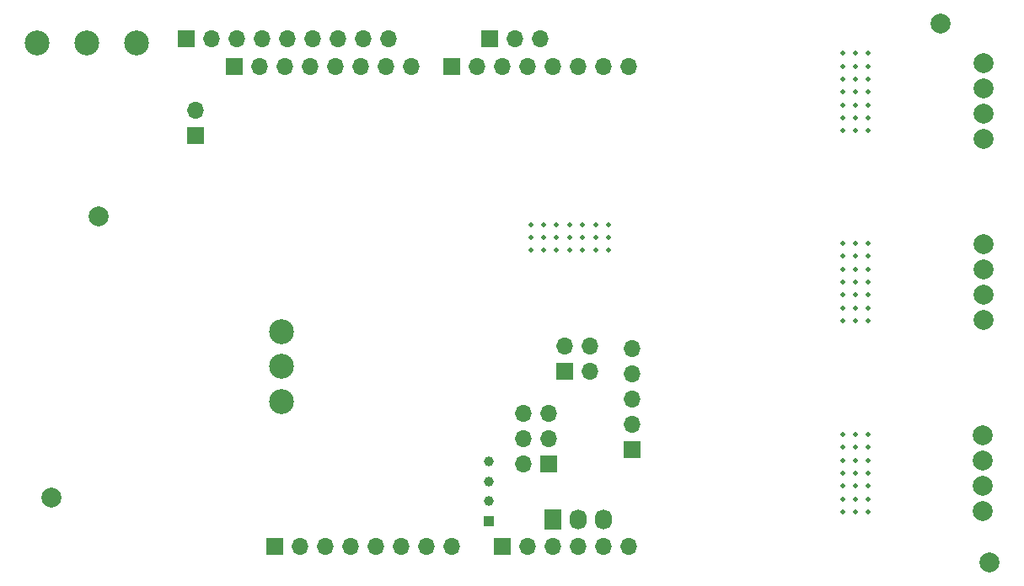
<source format=gbs>
G04 #@! TF.GenerationSoftware,KiCad,Pcbnew,(5.1.9-0-10_14)*
G04 #@! TF.CreationDate,2021-05-28T13:58:57-04:00*
G04 #@! TF.ProjectId,GrBLDC,4772424c-4443-42e6-9b69-6361645f7063,rev?*
G04 #@! TF.SameCoordinates,PX5a7646cPY8128a60*
G04 #@! TF.FileFunction,Soldermask,Bot*
G04 #@! TF.FilePolarity,Negative*
%FSLAX46Y46*%
G04 Gerber Fmt 4.6, Leading zero omitted, Abs format (unit mm)*
G04 Created by KiCad (PCBNEW (5.1.9-0-10_14)) date 2021-05-28 13:58:57*
%MOMM*%
%LPD*%
G01*
G04 APERTURE LIST*
%ADD10C,2.000000*%
%ADD11C,0.500000*%
%ADD12C,2.500000*%
%ADD13R,1.727200X2.032000*%
%ADD14O,1.727200X2.032000*%
%ADD15O,1.700000X1.700000*%
%ADD16R,1.700000X1.700000*%
%ADD17C,1.000000*%
%ADD18R,1.000000X1.000000*%
G04 APERTURE END LIST*
D10*
X99400000Y2325000D03*
X5200000Y8800000D03*
X9900000Y37050000D03*
X94500000Y56475000D03*
D11*
X84630900Y26575200D03*
X85930900Y26575200D03*
X84630900Y27875200D03*
X87230900Y27875200D03*
X85930900Y27875200D03*
X84630900Y29175200D03*
X87230900Y29175200D03*
X85930900Y29175200D03*
X87230900Y34375200D03*
X84630900Y34375200D03*
X85930900Y34375200D03*
X87230900Y33075200D03*
X84630900Y33075200D03*
X85930900Y33075200D03*
X84630900Y31775200D03*
X87230900Y31775200D03*
X85930900Y31775200D03*
X84630900Y30475200D03*
X87230900Y30475200D03*
X87230900Y26575200D03*
X85930900Y30475200D03*
X84628200Y45701400D03*
X85928200Y45701400D03*
X84628200Y47001400D03*
X87228200Y47001400D03*
X85928200Y47001400D03*
X84628200Y48301400D03*
X87228200Y48301400D03*
X85928200Y48301400D03*
X87228200Y53501400D03*
X84628200Y53501400D03*
X85928200Y53501400D03*
X87228200Y52201400D03*
X84628200Y52201400D03*
X85928200Y52201400D03*
X84628200Y50901400D03*
X87228200Y50901400D03*
X85928200Y50901400D03*
X84628200Y49601400D03*
X87228200Y49601400D03*
X87228200Y45701400D03*
X85928200Y49601400D03*
X84625800Y7372800D03*
X85925800Y7372800D03*
X84625800Y8672800D03*
X87225800Y8672800D03*
X85925800Y8672800D03*
X84625800Y9972800D03*
X87225800Y9972800D03*
X85925800Y9972800D03*
X87225800Y15172800D03*
X84625800Y15172800D03*
X85925800Y15172800D03*
X87225800Y13872800D03*
X84625800Y13872800D03*
X85925800Y13872800D03*
X84625800Y12572800D03*
X87225800Y12572800D03*
X85925800Y12572800D03*
X84625800Y11272800D03*
X87225800Y11272800D03*
X87225800Y7372800D03*
X85925800Y11272800D03*
X53313780Y36263100D03*
X53313780Y34963100D03*
X54613780Y36263100D03*
X54613780Y33663100D03*
X54613780Y34963100D03*
X55913780Y36263100D03*
X55913780Y33663100D03*
X55913780Y34963100D03*
X61113780Y33663100D03*
X61113780Y36263100D03*
X61113780Y34963100D03*
X59813780Y33663100D03*
X59813780Y36263100D03*
X59813780Y34963100D03*
X58513780Y36263100D03*
X58513780Y33663100D03*
X58513780Y34963100D03*
X57213780Y36263100D03*
X57213780Y33663100D03*
X53313780Y33663100D03*
X57213780Y34963100D03*
D10*
X98729800Y12545300D03*
X98729800Y15085300D03*
X98729800Y10005300D03*
X98729800Y7465300D03*
X98823780Y49959260D03*
X98823780Y52499260D03*
X98823780Y47419260D03*
X98823780Y44879260D03*
X98795840Y31742380D03*
X98795840Y34282380D03*
X98795840Y29202380D03*
X98795840Y26662380D03*
D12*
X13695700Y54533800D03*
X8695700Y54533800D03*
X3695700Y54533800D03*
X28257500Y18503900D03*
X28257500Y22003900D03*
X28257500Y25503900D03*
D13*
X55500000Y6610000D03*
D14*
X58040000Y6610000D03*
X60580000Y6610000D03*
D15*
X52578000Y17272000D03*
X55118000Y17272000D03*
X52578000Y14732000D03*
X55118000Y14732000D03*
X52578000Y12192000D03*
D16*
X55118000Y12192000D03*
X56720000Y21470000D03*
D15*
X56720000Y24010000D03*
X59260000Y21470000D03*
X59260000Y24010000D03*
D16*
X49200000Y54950000D03*
D15*
X51740000Y54950000D03*
X54280000Y54950000D03*
D17*
X49085500Y8445500D03*
X49085500Y10452100D03*
X49080000Y12450000D03*
D18*
X49085500Y6438900D03*
D16*
X63510000Y13630000D03*
D15*
X63510000Y16170000D03*
X63510000Y18710000D03*
X63510000Y21250000D03*
X63510000Y23790000D03*
D16*
X50430000Y3860000D03*
D15*
X52970000Y3860000D03*
X55510000Y3860000D03*
X58050000Y3860000D03*
X60590000Y3860000D03*
X63130000Y3860000D03*
D16*
X27570000Y3860000D03*
D15*
X30110000Y3860000D03*
X32650000Y3860000D03*
X35190000Y3860000D03*
X37730000Y3860000D03*
X40270000Y3860000D03*
X42810000Y3860000D03*
X45350000Y3860000D03*
D16*
X18730000Y54940000D03*
D15*
X21270000Y54940000D03*
X23810000Y54940000D03*
X26350000Y54940000D03*
X28890000Y54940000D03*
X31430000Y54940000D03*
X33970000Y54940000D03*
X36510000Y54940000D03*
X39050000Y54940000D03*
D16*
X23510000Y52120000D03*
D15*
X26050000Y52120000D03*
X28590000Y52120000D03*
X31130000Y52120000D03*
X33670000Y52120000D03*
X36210000Y52120000D03*
X38750000Y52120000D03*
X41290000Y52120000D03*
X63130000Y52120000D03*
X60590000Y52120000D03*
X58050000Y52120000D03*
X55510000Y52120000D03*
X52970000Y52120000D03*
X50430000Y52120000D03*
X47890000Y52120000D03*
D16*
X45350000Y52120000D03*
X19600000Y45230000D03*
D15*
X19600000Y47770000D03*
M02*

</source>
